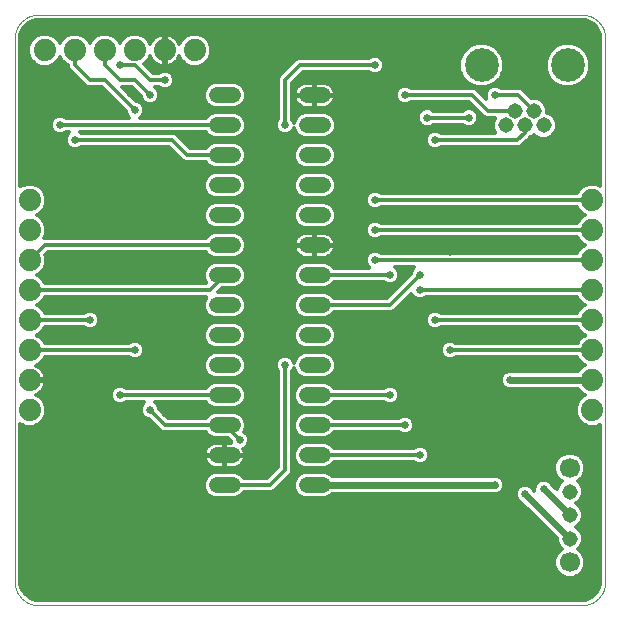
<source format=gbl>
G75*
%MOIN*%
%OFA0B0*%
%FSLAX25Y25*%
%IPPOS*%
%LPD*%
%AMOC8*
5,1,8,0,0,1.08239X$1,22.5*
%
%ADD10C,0.00000*%
%ADD11C,0.05200*%
%ADD12C,0.05150*%
%ADD13C,0.11220*%
%ADD14C,0.07400*%
%ADD15C,0.06693*%
%ADD16C,0.01200*%
%ADD17C,0.02578*%
%ADD18C,0.02400*%
D10*
X0001600Y0009474D02*
X0001600Y0190576D01*
X0001602Y0190766D01*
X0001609Y0190956D01*
X0001621Y0191146D01*
X0001637Y0191336D01*
X0001657Y0191525D01*
X0001683Y0191714D01*
X0001712Y0191902D01*
X0001747Y0192089D01*
X0001786Y0192275D01*
X0001829Y0192460D01*
X0001877Y0192645D01*
X0001929Y0192828D01*
X0001985Y0193009D01*
X0002046Y0193189D01*
X0002112Y0193368D01*
X0002181Y0193545D01*
X0002255Y0193721D01*
X0002333Y0193894D01*
X0002416Y0194066D01*
X0002502Y0194235D01*
X0002592Y0194403D01*
X0002687Y0194568D01*
X0002785Y0194731D01*
X0002888Y0194891D01*
X0002994Y0195049D01*
X0003104Y0195204D01*
X0003217Y0195357D01*
X0003335Y0195507D01*
X0003456Y0195653D01*
X0003580Y0195797D01*
X0003708Y0195938D01*
X0003839Y0196076D01*
X0003974Y0196211D01*
X0004112Y0196342D01*
X0004253Y0196470D01*
X0004397Y0196594D01*
X0004543Y0196715D01*
X0004693Y0196833D01*
X0004846Y0196946D01*
X0005001Y0197056D01*
X0005159Y0197162D01*
X0005319Y0197265D01*
X0005482Y0197363D01*
X0005647Y0197458D01*
X0005815Y0197548D01*
X0005984Y0197634D01*
X0006156Y0197717D01*
X0006329Y0197795D01*
X0006505Y0197869D01*
X0006682Y0197938D01*
X0006861Y0198004D01*
X0007041Y0198065D01*
X0007222Y0198121D01*
X0007405Y0198173D01*
X0007590Y0198221D01*
X0007775Y0198264D01*
X0007961Y0198303D01*
X0008148Y0198338D01*
X0008336Y0198367D01*
X0008525Y0198393D01*
X0008714Y0198413D01*
X0008904Y0198429D01*
X0009094Y0198441D01*
X0009284Y0198448D01*
X0009474Y0198450D01*
X0190576Y0198450D01*
X0190766Y0198448D01*
X0190956Y0198441D01*
X0191146Y0198429D01*
X0191336Y0198413D01*
X0191525Y0198393D01*
X0191714Y0198367D01*
X0191902Y0198338D01*
X0192089Y0198303D01*
X0192275Y0198264D01*
X0192460Y0198221D01*
X0192645Y0198173D01*
X0192828Y0198121D01*
X0193009Y0198065D01*
X0193189Y0198004D01*
X0193368Y0197938D01*
X0193545Y0197869D01*
X0193721Y0197795D01*
X0193894Y0197717D01*
X0194066Y0197634D01*
X0194235Y0197548D01*
X0194403Y0197458D01*
X0194568Y0197363D01*
X0194731Y0197265D01*
X0194891Y0197162D01*
X0195049Y0197056D01*
X0195204Y0196946D01*
X0195357Y0196833D01*
X0195507Y0196715D01*
X0195653Y0196594D01*
X0195797Y0196470D01*
X0195938Y0196342D01*
X0196076Y0196211D01*
X0196211Y0196076D01*
X0196342Y0195938D01*
X0196470Y0195797D01*
X0196594Y0195653D01*
X0196715Y0195507D01*
X0196833Y0195357D01*
X0196946Y0195204D01*
X0197056Y0195049D01*
X0197162Y0194891D01*
X0197265Y0194731D01*
X0197363Y0194568D01*
X0197458Y0194403D01*
X0197548Y0194235D01*
X0197634Y0194066D01*
X0197717Y0193894D01*
X0197795Y0193721D01*
X0197869Y0193545D01*
X0197938Y0193368D01*
X0198004Y0193189D01*
X0198065Y0193009D01*
X0198121Y0192828D01*
X0198173Y0192645D01*
X0198221Y0192460D01*
X0198264Y0192275D01*
X0198303Y0192089D01*
X0198338Y0191902D01*
X0198367Y0191714D01*
X0198393Y0191525D01*
X0198413Y0191336D01*
X0198429Y0191146D01*
X0198441Y0190956D01*
X0198448Y0190766D01*
X0198450Y0190576D01*
X0198450Y0009474D01*
X0198448Y0009284D01*
X0198441Y0009094D01*
X0198429Y0008904D01*
X0198413Y0008714D01*
X0198393Y0008525D01*
X0198367Y0008336D01*
X0198338Y0008148D01*
X0198303Y0007961D01*
X0198264Y0007775D01*
X0198221Y0007590D01*
X0198173Y0007405D01*
X0198121Y0007222D01*
X0198065Y0007041D01*
X0198004Y0006861D01*
X0197938Y0006682D01*
X0197869Y0006505D01*
X0197795Y0006329D01*
X0197717Y0006156D01*
X0197634Y0005984D01*
X0197548Y0005815D01*
X0197458Y0005647D01*
X0197363Y0005482D01*
X0197265Y0005319D01*
X0197162Y0005159D01*
X0197056Y0005001D01*
X0196946Y0004846D01*
X0196833Y0004693D01*
X0196715Y0004543D01*
X0196594Y0004397D01*
X0196470Y0004253D01*
X0196342Y0004112D01*
X0196211Y0003974D01*
X0196076Y0003839D01*
X0195938Y0003708D01*
X0195797Y0003580D01*
X0195653Y0003456D01*
X0195507Y0003335D01*
X0195357Y0003217D01*
X0195204Y0003104D01*
X0195049Y0002994D01*
X0194891Y0002888D01*
X0194731Y0002785D01*
X0194568Y0002687D01*
X0194403Y0002592D01*
X0194235Y0002502D01*
X0194066Y0002416D01*
X0193894Y0002333D01*
X0193721Y0002255D01*
X0193545Y0002181D01*
X0193368Y0002112D01*
X0193189Y0002046D01*
X0193009Y0001985D01*
X0192828Y0001929D01*
X0192645Y0001877D01*
X0192460Y0001829D01*
X0192275Y0001786D01*
X0192089Y0001747D01*
X0191902Y0001712D01*
X0191714Y0001683D01*
X0191525Y0001657D01*
X0191336Y0001637D01*
X0191146Y0001621D01*
X0190956Y0001609D01*
X0190766Y0001602D01*
X0190576Y0001600D01*
X0009474Y0001600D01*
X0009284Y0001602D01*
X0009094Y0001609D01*
X0008904Y0001621D01*
X0008714Y0001637D01*
X0008525Y0001657D01*
X0008336Y0001683D01*
X0008148Y0001712D01*
X0007961Y0001747D01*
X0007775Y0001786D01*
X0007590Y0001829D01*
X0007405Y0001877D01*
X0007222Y0001929D01*
X0007041Y0001985D01*
X0006861Y0002046D01*
X0006682Y0002112D01*
X0006505Y0002181D01*
X0006329Y0002255D01*
X0006156Y0002333D01*
X0005984Y0002416D01*
X0005815Y0002502D01*
X0005647Y0002592D01*
X0005482Y0002687D01*
X0005319Y0002785D01*
X0005159Y0002888D01*
X0005001Y0002994D01*
X0004846Y0003104D01*
X0004693Y0003217D01*
X0004543Y0003335D01*
X0004397Y0003456D01*
X0004253Y0003580D01*
X0004112Y0003708D01*
X0003974Y0003839D01*
X0003839Y0003974D01*
X0003708Y0004112D01*
X0003580Y0004253D01*
X0003456Y0004397D01*
X0003335Y0004543D01*
X0003217Y0004693D01*
X0003104Y0004846D01*
X0002994Y0005001D01*
X0002888Y0005159D01*
X0002785Y0005319D01*
X0002687Y0005482D01*
X0002592Y0005647D01*
X0002502Y0005815D01*
X0002416Y0005984D01*
X0002333Y0006156D01*
X0002255Y0006329D01*
X0002181Y0006505D01*
X0002112Y0006682D01*
X0002046Y0006861D01*
X0001985Y0007041D01*
X0001929Y0007222D01*
X0001877Y0007405D01*
X0001829Y0007590D01*
X0001786Y0007775D01*
X0001747Y0007961D01*
X0001712Y0008148D01*
X0001683Y0008336D01*
X0001657Y0008525D01*
X0001637Y0008714D01*
X0001621Y0008904D01*
X0001609Y0009094D01*
X0001602Y0009284D01*
X0001600Y0009474D01*
D11*
X0069000Y0041600D02*
X0074200Y0041600D01*
X0074200Y0051600D02*
X0069000Y0051600D01*
X0069000Y0061600D02*
X0074200Y0061600D01*
X0074200Y0071600D02*
X0069000Y0071600D01*
X0069000Y0081600D02*
X0074200Y0081600D01*
X0074200Y0091600D02*
X0069000Y0091600D01*
X0069000Y0101600D02*
X0074200Y0101600D01*
X0074200Y0111600D02*
X0069000Y0111600D01*
X0069000Y0121600D02*
X0074200Y0121600D01*
X0074200Y0131600D02*
X0069000Y0131600D01*
X0069000Y0141600D02*
X0074200Y0141600D01*
X0074200Y0151600D02*
X0069000Y0151600D01*
X0069000Y0161600D02*
X0074200Y0161600D01*
X0074200Y0171600D02*
X0069000Y0171600D01*
X0099000Y0171600D02*
X0104200Y0171600D01*
X0104200Y0161600D02*
X0099000Y0161600D01*
X0099000Y0151600D02*
X0104200Y0151600D01*
X0104200Y0141600D02*
X0099000Y0141600D01*
X0099000Y0131600D02*
X0104200Y0131600D01*
X0104200Y0121600D02*
X0099000Y0121600D01*
X0099000Y0111600D02*
X0104200Y0111600D01*
X0104200Y0101600D02*
X0099000Y0101600D01*
X0099000Y0091600D02*
X0104200Y0091600D01*
X0104200Y0081600D02*
X0099000Y0081600D01*
X0099000Y0071600D02*
X0104200Y0071600D01*
X0104200Y0061600D02*
X0099000Y0061600D01*
X0099000Y0051600D02*
X0104200Y0051600D01*
X0104200Y0041600D02*
X0099000Y0041600D01*
D12*
X0186600Y0039474D03*
X0186600Y0031600D03*
X0186600Y0023726D03*
X0177899Y0161521D03*
X0174750Y0166246D03*
X0171600Y0161521D03*
X0168450Y0166246D03*
X0165301Y0161521D03*
D13*
X0157230Y0181600D03*
X0185970Y0181600D03*
D14*
X0194100Y0136600D03*
X0194100Y0126600D03*
X0194100Y0116600D03*
X0194100Y0106600D03*
X0194100Y0096600D03*
X0194100Y0086600D03*
X0194100Y0076600D03*
X0194100Y0066600D03*
X0061600Y0186600D03*
X0051600Y0186600D03*
X0041600Y0186600D03*
X0031600Y0186600D03*
X0021600Y0186600D03*
X0011600Y0186600D03*
X0006600Y0136600D03*
X0006600Y0126600D03*
X0006600Y0116600D03*
X0006600Y0106600D03*
X0006600Y0096600D03*
X0006600Y0086600D03*
X0006600Y0076600D03*
X0006600Y0066600D03*
D15*
X0186600Y0047348D03*
X0186600Y0015852D03*
D16*
X0005179Y0005179D02*
X0004062Y0006716D01*
X0003475Y0008524D01*
X0003400Y0009474D01*
X0003400Y0062022D01*
X0003484Y0061937D01*
X0005506Y0061100D01*
X0007694Y0061100D01*
X0009715Y0061937D01*
X0011263Y0063484D01*
X0012100Y0065506D01*
X0012100Y0067694D01*
X0011263Y0069715D01*
X0009715Y0071263D01*
X0008658Y0071701D01*
X0009378Y0072067D01*
X0010053Y0072557D01*
X0010643Y0073147D01*
X0011133Y0073822D01*
X0011512Y0074566D01*
X0011769Y0075359D01*
X0011900Y0076183D01*
X0011900Y0076200D01*
X0007000Y0076200D01*
X0007000Y0077000D01*
X0011900Y0077000D01*
X0011900Y0077017D01*
X0011769Y0077841D01*
X0011512Y0078634D01*
X0011133Y0079378D01*
X0010643Y0080053D01*
X0010053Y0080643D01*
X0009378Y0081133D01*
X0008658Y0081499D01*
X0009715Y0081937D01*
X0011263Y0083484D01*
X0011559Y0084200D01*
X0039632Y0084200D01*
X0039850Y0083981D01*
X0040986Y0083511D01*
X0042214Y0083511D01*
X0043350Y0083981D01*
X0044219Y0084850D01*
X0044689Y0085986D01*
X0044689Y0087214D01*
X0044219Y0088350D01*
X0043350Y0089219D01*
X0042214Y0089689D01*
X0040986Y0089689D01*
X0039850Y0089219D01*
X0039632Y0089000D01*
X0011559Y0089000D01*
X0011263Y0089715D01*
X0009715Y0091263D01*
X0008901Y0091600D01*
X0009715Y0091937D01*
X0011263Y0093484D01*
X0011559Y0094200D01*
X0024632Y0094200D01*
X0024850Y0093981D01*
X0025986Y0093511D01*
X0027214Y0093511D01*
X0028350Y0093981D01*
X0029219Y0094850D01*
X0029689Y0095986D01*
X0029689Y0097214D01*
X0029219Y0098350D01*
X0028350Y0099219D01*
X0027214Y0099689D01*
X0025986Y0099689D01*
X0024850Y0099219D01*
X0024632Y0099000D01*
X0011559Y0099000D01*
X0011263Y0099715D01*
X0009715Y0101263D01*
X0008901Y0101600D01*
X0009715Y0101937D01*
X0011263Y0103484D01*
X0011559Y0104200D01*
X0065377Y0104200D01*
X0065270Y0104092D01*
X0064600Y0102475D01*
X0064600Y0100725D01*
X0065270Y0099108D01*
X0066508Y0097870D01*
X0068125Y0097200D01*
X0075075Y0097200D01*
X0076692Y0097870D01*
X0077930Y0099108D01*
X0078600Y0100725D01*
X0078600Y0102475D01*
X0077930Y0104092D01*
X0076692Y0105330D01*
X0075075Y0106000D01*
X0069394Y0106000D01*
X0070594Y0107200D01*
X0075075Y0107200D01*
X0076692Y0107870D01*
X0077930Y0109108D01*
X0078600Y0110725D01*
X0078600Y0112475D01*
X0077930Y0114092D01*
X0076692Y0115330D01*
X0075075Y0116000D01*
X0068125Y0116000D01*
X0066508Y0115330D01*
X0065270Y0114092D01*
X0064600Y0112475D01*
X0064600Y0110725D01*
X0065270Y0109108D01*
X0065377Y0109000D01*
X0011559Y0109000D01*
X0011263Y0109715D01*
X0009715Y0111263D01*
X0008901Y0111600D01*
X0009715Y0111937D01*
X0011263Y0113484D01*
X0012100Y0115506D01*
X0012100Y0117694D01*
X0011804Y0118410D01*
X0012594Y0119200D01*
X0065232Y0119200D01*
X0065270Y0119108D01*
X0066508Y0117870D01*
X0068125Y0117200D01*
X0075075Y0117200D01*
X0076692Y0117870D01*
X0077930Y0119108D01*
X0078600Y0120725D01*
X0078600Y0122475D01*
X0077930Y0124092D01*
X0076692Y0125330D01*
X0075075Y0126000D01*
X0068125Y0126000D01*
X0066508Y0125330D01*
X0065270Y0124092D01*
X0065232Y0124000D01*
X0011476Y0124000D01*
X0012100Y0125506D01*
X0012100Y0127694D01*
X0011263Y0129715D01*
X0009715Y0131263D01*
X0008901Y0131600D01*
X0009715Y0131937D01*
X0011263Y0133484D01*
X0012100Y0135506D01*
X0012100Y0137694D01*
X0011263Y0139715D01*
X0009715Y0141263D01*
X0007694Y0142100D01*
X0005506Y0142100D01*
X0003484Y0141263D01*
X0003400Y0141178D01*
X0003400Y0190576D01*
X0003475Y0191527D01*
X0004062Y0193334D01*
X0005179Y0194871D01*
X0006716Y0195988D01*
X0008524Y0196576D01*
X0009474Y0196650D01*
X0190576Y0196650D01*
X0191527Y0196576D01*
X0193334Y0195988D01*
X0194871Y0194871D01*
X0195988Y0193334D01*
X0196576Y0191527D01*
X0196650Y0190576D01*
X0196650Y0141497D01*
X0195194Y0142100D01*
X0193006Y0142100D01*
X0190984Y0141263D01*
X0189437Y0139715D01*
X0189141Y0139000D01*
X0123568Y0139000D01*
X0123350Y0139219D01*
X0122214Y0139689D01*
X0120986Y0139689D01*
X0119850Y0139219D01*
X0118981Y0138350D01*
X0118511Y0137214D01*
X0118511Y0135986D01*
X0118981Y0134850D01*
X0119850Y0133981D01*
X0120986Y0133511D01*
X0122214Y0133511D01*
X0123350Y0133981D01*
X0123568Y0134200D01*
X0189141Y0134200D01*
X0189437Y0133484D01*
X0190984Y0131937D01*
X0191799Y0131600D01*
X0190984Y0131263D01*
X0189437Y0129715D01*
X0189141Y0129000D01*
X0123568Y0129000D01*
X0123350Y0129219D01*
X0122214Y0129689D01*
X0120986Y0129689D01*
X0119850Y0129219D01*
X0118981Y0128350D01*
X0118511Y0127214D01*
X0118511Y0125986D01*
X0118981Y0124850D01*
X0119850Y0123981D01*
X0120986Y0123511D01*
X0122214Y0123511D01*
X0123350Y0123981D01*
X0123568Y0124200D01*
X0189141Y0124200D01*
X0189437Y0123484D01*
X0190984Y0121937D01*
X0191799Y0121600D01*
X0190984Y0121263D01*
X0189437Y0119715D01*
X0189141Y0119000D01*
X0123568Y0119000D01*
X0123350Y0119219D01*
X0122214Y0119689D01*
X0120986Y0119689D01*
X0119850Y0119219D01*
X0118981Y0118350D01*
X0118511Y0117214D01*
X0118511Y0115986D01*
X0118981Y0114850D01*
X0119832Y0114000D01*
X0107968Y0114000D01*
X0107930Y0114092D01*
X0106692Y0115330D01*
X0105075Y0116000D01*
X0098125Y0116000D01*
X0096508Y0115330D01*
X0095270Y0114092D01*
X0094600Y0112475D01*
X0094600Y0110725D01*
X0095270Y0109108D01*
X0096508Y0107870D01*
X0098125Y0107200D01*
X0105075Y0107200D01*
X0106692Y0107870D01*
X0107930Y0109108D01*
X0107968Y0109200D01*
X0124632Y0109200D01*
X0124850Y0108981D01*
X0125986Y0108511D01*
X0127214Y0108511D01*
X0128350Y0108981D01*
X0129219Y0109850D01*
X0129689Y0110986D01*
X0129689Y0112214D01*
X0129219Y0113350D01*
X0128368Y0114200D01*
X0134832Y0114200D01*
X0133981Y0113350D01*
X0133511Y0112214D01*
X0133511Y0111905D01*
X0125606Y0104000D01*
X0107968Y0104000D01*
X0107930Y0104092D01*
X0106692Y0105330D01*
X0105075Y0106000D01*
X0098125Y0106000D01*
X0096508Y0105330D01*
X0095270Y0104092D01*
X0094600Y0102475D01*
X0094600Y0100725D01*
X0095270Y0099108D01*
X0096508Y0097870D01*
X0098125Y0097200D01*
X0105075Y0097200D01*
X0106692Y0097870D01*
X0107930Y0099108D01*
X0107968Y0099200D01*
X0127077Y0099200D01*
X0127959Y0099565D01*
X0128635Y0100241D01*
X0133765Y0105371D01*
X0133981Y0104850D01*
X0134850Y0103981D01*
X0135986Y0103511D01*
X0137214Y0103511D01*
X0138350Y0103981D01*
X0138568Y0104200D01*
X0189141Y0104200D01*
X0189437Y0103484D01*
X0190984Y0101937D01*
X0191799Y0101600D01*
X0190984Y0101263D01*
X0189437Y0099715D01*
X0189141Y0099000D01*
X0143568Y0099000D01*
X0143350Y0099219D01*
X0142214Y0099689D01*
X0140986Y0099689D01*
X0139850Y0099219D01*
X0138981Y0098350D01*
X0138511Y0097214D01*
X0138511Y0095986D01*
X0138981Y0094850D01*
X0139850Y0093981D01*
X0140986Y0093511D01*
X0142214Y0093511D01*
X0143350Y0093981D01*
X0143568Y0094200D01*
X0189141Y0094200D01*
X0189437Y0093484D01*
X0190984Y0091937D01*
X0191799Y0091600D01*
X0190984Y0091263D01*
X0189437Y0089715D01*
X0189141Y0089000D01*
X0148568Y0089000D01*
X0148350Y0089219D01*
X0147214Y0089689D01*
X0145986Y0089689D01*
X0144850Y0089219D01*
X0143981Y0088350D01*
X0143511Y0087214D01*
X0143511Y0085986D01*
X0143981Y0084850D01*
X0144850Y0083981D01*
X0145986Y0083511D01*
X0147214Y0083511D01*
X0148350Y0083981D01*
X0148568Y0084200D01*
X0189141Y0084200D01*
X0189437Y0083484D01*
X0190984Y0081937D01*
X0191799Y0081600D01*
X0190984Y0081263D01*
X0189437Y0079715D01*
X0189389Y0079600D01*
X0167429Y0079600D01*
X0167214Y0079689D01*
X0165986Y0079689D01*
X0164850Y0079219D01*
X0163981Y0078350D01*
X0163511Y0077214D01*
X0163511Y0075986D01*
X0163981Y0074850D01*
X0164850Y0073981D01*
X0165986Y0073511D01*
X0167214Y0073511D01*
X0167429Y0073600D01*
X0189389Y0073600D01*
X0189437Y0073484D01*
X0190984Y0071937D01*
X0191799Y0071600D01*
X0190984Y0071263D01*
X0189437Y0069715D01*
X0188600Y0067694D01*
X0188600Y0065506D01*
X0189437Y0063484D01*
X0190984Y0061937D01*
X0193006Y0061100D01*
X0195194Y0061100D01*
X0196650Y0061703D01*
X0196650Y0009474D01*
X0196576Y0008524D01*
X0195988Y0006716D01*
X0194871Y0005179D01*
X0193334Y0004062D01*
X0191527Y0003475D01*
X0190576Y0003400D01*
X0009474Y0003400D01*
X0008524Y0003475D01*
X0006716Y0004062D01*
X0005179Y0005179D01*
X0005167Y0005196D02*
X0194883Y0005196D01*
X0195754Y0006394D02*
X0004296Y0006394D01*
X0003777Y0007593D02*
X0196273Y0007593D01*
X0196597Y0008791D02*
X0003454Y0008791D01*
X0003400Y0009990D02*
X0196650Y0009990D01*
X0196650Y0011188D02*
X0188789Y0011188D01*
X0189515Y0011489D02*
X0190963Y0012937D01*
X0191746Y0014828D01*
X0191746Y0016876D01*
X0190963Y0018767D01*
X0189515Y0020215D01*
X0189346Y0020285D01*
X0190309Y0021248D01*
X0190975Y0022856D01*
X0190975Y0024596D01*
X0190309Y0026204D01*
X0189078Y0027435D01*
X0188527Y0027663D01*
X0189078Y0027891D01*
X0190309Y0029122D01*
X0190975Y0030730D01*
X0190975Y0032470D01*
X0190309Y0034078D01*
X0189078Y0035309D01*
X0188527Y0035537D01*
X0189078Y0035765D01*
X0190309Y0036996D01*
X0190975Y0038604D01*
X0190975Y0040344D01*
X0190309Y0041952D01*
X0189346Y0042915D01*
X0189515Y0042985D01*
X0190963Y0044433D01*
X0191746Y0046324D01*
X0191746Y0048372D01*
X0190963Y0050263D01*
X0189515Y0051711D01*
X0187624Y0052494D01*
X0185576Y0052494D01*
X0183685Y0051711D01*
X0182237Y0050263D01*
X0181454Y0048372D01*
X0181454Y0046324D01*
X0182237Y0044433D01*
X0183685Y0042985D01*
X0183854Y0042915D01*
X0182891Y0041952D01*
X0182225Y0040344D01*
X0182225Y0040217D01*
X0180607Y0041836D01*
X0180518Y0042051D01*
X0179649Y0042919D01*
X0178514Y0043390D01*
X0177285Y0043390D01*
X0176149Y0042919D01*
X0175280Y0042051D01*
X0174810Y0040915D01*
X0174810Y0039758D01*
X0174308Y0040261D01*
X0174219Y0040476D01*
X0173350Y0041345D01*
X0172214Y0041815D01*
X0170986Y0041815D01*
X0169850Y0041345D01*
X0168981Y0040476D01*
X0168511Y0039340D01*
X0168511Y0038112D01*
X0168981Y0036976D01*
X0169850Y0036107D01*
X0170065Y0036018D01*
X0182225Y0023858D01*
X0182225Y0022856D01*
X0182891Y0021248D01*
X0183854Y0020285D01*
X0183685Y0020215D01*
X0182237Y0018767D01*
X0181454Y0016876D01*
X0181454Y0014828D01*
X0182237Y0012937D01*
X0183685Y0011489D01*
X0185576Y0010706D01*
X0187624Y0010706D01*
X0189515Y0011489D01*
X0190413Y0012387D02*
X0196650Y0012387D01*
X0196650Y0013585D02*
X0191232Y0013585D01*
X0191728Y0014784D02*
X0196650Y0014784D01*
X0196650Y0015982D02*
X0191746Y0015982D01*
X0191620Y0017181D02*
X0196650Y0017181D01*
X0196650Y0018379D02*
X0191124Y0018379D01*
X0190152Y0019578D02*
X0196650Y0019578D01*
X0196650Y0020776D02*
X0189837Y0020776D01*
X0190610Y0021975D02*
X0196650Y0021975D01*
X0196650Y0023173D02*
X0190975Y0023173D01*
X0190975Y0024372D02*
X0196650Y0024372D01*
X0196650Y0025570D02*
X0190571Y0025570D01*
X0189744Y0026769D02*
X0196650Y0026769D01*
X0196650Y0027967D02*
X0189154Y0027967D01*
X0190327Y0029166D02*
X0196650Y0029166D01*
X0196650Y0030364D02*
X0190823Y0030364D01*
X0190975Y0031563D02*
X0196650Y0031563D01*
X0196650Y0032761D02*
X0190854Y0032761D01*
X0190358Y0033960D02*
X0196650Y0033960D01*
X0196650Y0035158D02*
X0189229Y0035158D01*
X0189670Y0036357D02*
X0196650Y0036357D01*
X0196650Y0037555D02*
X0190541Y0037555D01*
X0190975Y0038754D02*
X0196650Y0038754D01*
X0196650Y0039952D02*
X0190975Y0039952D01*
X0190641Y0041151D02*
X0196650Y0041151D01*
X0196650Y0042349D02*
X0189912Y0042349D01*
X0190078Y0043548D02*
X0196650Y0043548D01*
X0196650Y0044746D02*
X0191093Y0044746D01*
X0191589Y0045945D02*
X0196650Y0045945D01*
X0196650Y0047143D02*
X0191746Y0047143D01*
X0191746Y0048342D02*
X0196650Y0048342D01*
X0196650Y0049540D02*
X0191262Y0049540D01*
X0190487Y0050739D02*
X0196650Y0050739D01*
X0196650Y0051937D02*
X0188968Y0051937D01*
X0184232Y0051937D02*
X0139689Y0051937D01*
X0139689Y0052214D02*
X0139219Y0053350D01*
X0138350Y0054219D01*
X0137214Y0054689D01*
X0135986Y0054689D01*
X0134850Y0054219D01*
X0134632Y0054000D01*
X0107968Y0054000D01*
X0107930Y0054092D01*
X0106692Y0055330D01*
X0105075Y0056000D01*
X0098125Y0056000D01*
X0096508Y0055330D01*
X0095270Y0054092D01*
X0094600Y0052475D01*
X0094600Y0050725D01*
X0095270Y0049108D01*
X0096508Y0047870D01*
X0098125Y0047200D01*
X0105075Y0047200D01*
X0106692Y0047870D01*
X0107930Y0049108D01*
X0107968Y0049200D01*
X0134632Y0049200D01*
X0134850Y0048981D01*
X0135986Y0048511D01*
X0137214Y0048511D01*
X0138350Y0048981D01*
X0139219Y0049850D01*
X0139689Y0050986D01*
X0139689Y0052214D01*
X0139307Y0053136D02*
X0196650Y0053136D01*
X0196650Y0054334D02*
X0138070Y0054334D01*
X0135130Y0054334D02*
X0107688Y0054334D01*
X0106203Y0055533D02*
X0196650Y0055533D01*
X0196650Y0056732D02*
X0094000Y0056732D01*
X0094000Y0057930D02*
X0096447Y0057930D01*
X0096508Y0057870D02*
X0098125Y0057200D01*
X0105075Y0057200D01*
X0106692Y0057870D01*
X0107930Y0059108D01*
X0107968Y0059200D01*
X0129632Y0059200D01*
X0129850Y0058981D01*
X0130986Y0058511D01*
X0132214Y0058511D01*
X0133350Y0058981D01*
X0134219Y0059850D01*
X0134689Y0060986D01*
X0134689Y0062214D01*
X0134219Y0063350D01*
X0133350Y0064219D01*
X0132214Y0064689D01*
X0130986Y0064689D01*
X0129850Y0064219D01*
X0129632Y0064000D01*
X0107968Y0064000D01*
X0107930Y0064092D01*
X0106692Y0065330D01*
X0105075Y0066000D01*
X0098125Y0066000D01*
X0096508Y0065330D01*
X0095270Y0064092D01*
X0094600Y0062475D01*
X0094600Y0060725D01*
X0095270Y0059108D01*
X0096508Y0057870D01*
X0095261Y0059129D02*
X0094000Y0059129D01*
X0094000Y0060327D02*
X0094765Y0060327D01*
X0094600Y0061526D02*
X0094000Y0061526D01*
X0094000Y0062724D02*
X0094703Y0062724D01*
X0095200Y0063923D02*
X0094000Y0063923D01*
X0094000Y0065121D02*
X0096299Y0065121D01*
X0094000Y0066320D02*
X0188600Y0066320D01*
X0188600Y0067518D02*
X0105843Y0067518D01*
X0105075Y0067200D02*
X0106692Y0067870D01*
X0107930Y0069108D01*
X0107968Y0069200D01*
X0124632Y0069200D01*
X0124850Y0068981D01*
X0125986Y0068511D01*
X0127214Y0068511D01*
X0128350Y0068981D01*
X0129219Y0069850D01*
X0129689Y0070986D01*
X0129689Y0072214D01*
X0129219Y0073350D01*
X0128350Y0074219D01*
X0127214Y0074689D01*
X0125986Y0074689D01*
X0124850Y0074219D01*
X0124632Y0074000D01*
X0107968Y0074000D01*
X0107930Y0074092D01*
X0106692Y0075330D01*
X0105075Y0076000D01*
X0098125Y0076000D01*
X0096508Y0075330D01*
X0095270Y0074092D01*
X0094600Y0072475D01*
X0094600Y0070725D01*
X0095270Y0069108D01*
X0096508Y0067870D01*
X0098125Y0067200D01*
X0105075Y0067200D01*
X0106901Y0065121D02*
X0188759Y0065121D01*
X0189256Y0063923D02*
X0133646Y0063923D01*
X0134478Y0062724D02*
X0190198Y0062724D01*
X0191979Y0061526D02*
X0134689Y0061526D01*
X0134416Y0060327D02*
X0196650Y0060327D01*
X0196650Y0059129D02*
X0133497Y0059129D01*
X0131600Y0061600D02*
X0101600Y0061600D01*
X0106753Y0057930D02*
X0196650Y0057930D01*
X0196650Y0061526D02*
X0196221Y0061526D01*
X0189024Y0068717D02*
X0127711Y0068717D01*
X0129246Y0069915D02*
X0189637Y0069915D01*
X0190835Y0071114D02*
X0129689Y0071114D01*
X0129648Y0072312D02*
X0190610Y0072312D01*
X0189426Y0073511D02*
X0129058Y0073511D01*
X0126600Y0071600D02*
X0101600Y0071600D01*
X0097902Y0075908D02*
X0094000Y0075908D01*
X0094000Y0077106D02*
X0163511Y0077106D01*
X0163543Y0075908D02*
X0105298Y0075908D01*
X0105075Y0077200D02*
X0106692Y0077870D01*
X0107930Y0079108D01*
X0108600Y0080725D01*
X0108600Y0082475D01*
X0107930Y0084092D01*
X0106692Y0085330D01*
X0105075Y0086000D01*
X0098125Y0086000D01*
X0096508Y0085330D01*
X0095270Y0084092D01*
X0094600Y0082475D01*
X0094600Y0082429D01*
X0094219Y0083350D01*
X0093350Y0084219D01*
X0092214Y0084689D01*
X0090986Y0084689D01*
X0089850Y0084219D01*
X0088981Y0083350D01*
X0088511Y0082214D01*
X0088511Y0080986D01*
X0088981Y0079850D01*
X0089200Y0079632D01*
X0089200Y0047594D01*
X0085606Y0044000D01*
X0077968Y0044000D01*
X0077930Y0044092D01*
X0076692Y0045330D01*
X0075075Y0046000D01*
X0068125Y0046000D01*
X0066508Y0045330D01*
X0065270Y0044092D01*
X0064600Y0042475D01*
X0064600Y0040725D01*
X0065270Y0039108D01*
X0066508Y0037870D01*
X0068125Y0037200D01*
X0075075Y0037200D01*
X0076692Y0037870D01*
X0077930Y0039108D01*
X0077968Y0039200D01*
X0087077Y0039200D01*
X0087959Y0039565D01*
X0092959Y0044565D01*
X0093635Y0045241D01*
X0094000Y0046123D01*
X0094000Y0079632D01*
X0094219Y0079850D01*
X0094600Y0080771D01*
X0094600Y0080725D01*
X0095270Y0079108D01*
X0096508Y0077870D01*
X0098125Y0077200D01*
X0105075Y0077200D01*
X0107127Y0078305D02*
X0163963Y0078305D01*
X0165537Y0079503D02*
X0108094Y0079503D01*
X0108590Y0080702D02*
X0190424Y0080702D01*
X0191074Y0081900D02*
X0108600Y0081900D01*
X0108342Y0083099D02*
X0189823Y0083099D01*
X0194100Y0086600D02*
X0146600Y0086600D01*
X0143714Y0085496D02*
X0106292Y0085496D01*
X0107725Y0084297D02*
X0144534Y0084297D01*
X0143511Y0086694D02*
X0044689Y0086694D01*
X0044486Y0085496D02*
X0066908Y0085496D01*
X0066508Y0085330D02*
X0065270Y0084092D01*
X0064600Y0082475D01*
X0064600Y0080725D01*
X0065270Y0079108D01*
X0066508Y0077870D01*
X0068125Y0077200D01*
X0075075Y0077200D01*
X0076692Y0077870D01*
X0077930Y0079108D01*
X0078600Y0080725D01*
X0078600Y0082475D01*
X0077930Y0084092D01*
X0076692Y0085330D01*
X0075075Y0086000D01*
X0068125Y0086000D01*
X0066508Y0085330D01*
X0065475Y0084297D02*
X0043666Y0084297D01*
X0041600Y0086600D02*
X0006600Y0086600D01*
X0010688Y0090290D02*
X0064780Y0090290D01*
X0064600Y0090725D02*
X0065270Y0089108D01*
X0066508Y0087870D01*
X0068125Y0087200D01*
X0075075Y0087200D01*
X0076692Y0087870D01*
X0077930Y0089108D01*
X0078600Y0090725D01*
X0078600Y0092475D01*
X0077930Y0094092D01*
X0076692Y0095330D01*
X0075075Y0096000D01*
X0068125Y0096000D01*
X0066508Y0095330D01*
X0065270Y0094092D01*
X0064600Y0092475D01*
X0064600Y0090725D01*
X0064600Y0091488D02*
X0009171Y0091488D01*
X0010465Y0092687D02*
X0064688Y0092687D01*
X0065184Y0093885D02*
X0028118Y0093885D01*
X0029315Y0095084D02*
X0066261Y0095084D01*
X0067447Y0097481D02*
X0029579Y0097481D01*
X0029689Y0096282D02*
X0138511Y0096282D01*
X0138621Y0097481D02*
X0105753Y0097481D01*
X0105075Y0096000D02*
X0106692Y0095330D01*
X0107930Y0094092D01*
X0108600Y0092475D01*
X0108600Y0090725D01*
X0107930Y0089108D01*
X0106692Y0087870D01*
X0105075Y0087200D01*
X0098125Y0087200D01*
X0096508Y0087870D01*
X0095270Y0089108D01*
X0094600Y0090725D01*
X0094600Y0092475D01*
X0095270Y0094092D01*
X0096508Y0095330D01*
X0098125Y0096000D01*
X0105075Y0096000D01*
X0106939Y0095084D02*
X0138884Y0095084D01*
X0140082Y0093885D02*
X0108016Y0093885D01*
X0108512Y0092687D02*
X0190235Y0092687D01*
X0189271Y0093885D02*
X0143118Y0093885D01*
X0141600Y0096600D02*
X0194100Y0096600D01*
X0190798Y0101076D02*
X0129471Y0101076D01*
X0130669Y0102275D02*
X0190647Y0102275D01*
X0189448Y0103473D02*
X0131868Y0103473D01*
X0133066Y0104672D02*
X0134160Y0104672D01*
X0136600Y0106600D02*
X0194100Y0106600D01*
X0189600Y0099878D02*
X0128272Y0099878D01*
X0126600Y0101600D02*
X0101600Y0101600D01*
X0097812Y0105870D02*
X0075388Y0105870D01*
X0077351Y0104672D02*
X0095849Y0104672D01*
X0095013Y0103473D02*
X0078187Y0103473D01*
X0078600Y0102275D02*
X0094600Y0102275D01*
X0094600Y0101076D02*
X0078600Y0101076D01*
X0078249Y0099878D02*
X0094951Y0099878D01*
X0095698Y0098679D02*
X0077502Y0098679D01*
X0075753Y0097481D02*
X0097447Y0097481D01*
X0096261Y0095084D02*
X0076939Y0095084D01*
X0078016Y0093885D02*
X0095184Y0093885D01*
X0094688Y0092687D02*
X0078512Y0092687D01*
X0078600Y0091488D02*
X0094600Y0091488D01*
X0094780Y0090290D02*
X0078420Y0090290D01*
X0077914Y0089091D02*
X0095286Y0089091D01*
X0096485Y0087893D02*
X0076715Y0087893D01*
X0076292Y0085496D02*
X0096908Y0085496D01*
X0095475Y0084297D02*
X0093160Y0084297D01*
X0094323Y0083099D02*
X0094858Y0083099D01*
X0094610Y0080702D02*
X0094571Y0080702D01*
X0095106Y0079503D02*
X0094000Y0079503D01*
X0094000Y0078305D02*
X0096073Y0078305D01*
X0095887Y0074709D02*
X0094000Y0074709D01*
X0094000Y0073511D02*
X0095029Y0073511D01*
X0094600Y0072312D02*
X0094000Y0072312D01*
X0094000Y0071114D02*
X0094600Y0071114D01*
X0094935Y0069915D02*
X0094000Y0069915D01*
X0094000Y0068717D02*
X0095661Y0068717D01*
X0094000Y0067518D02*
X0097357Y0067518D01*
X0089200Y0067518D02*
X0075843Y0067518D01*
X0075075Y0067200D02*
X0076692Y0067870D01*
X0077930Y0069108D01*
X0078600Y0070725D01*
X0078600Y0072475D01*
X0077930Y0074092D01*
X0076692Y0075330D01*
X0075075Y0076000D01*
X0068125Y0076000D01*
X0066508Y0075330D01*
X0065270Y0074092D01*
X0065232Y0074000D01*
X0038568Y0074000D01*
X0038350Y0074219D01*
X0037214Y0074689D01*
X0035986Y0074689D01*
X0034850Y0074219D01*
X0033981Y0073350D01*
X0033511Y0072214D01*
X0033511Y0070986D01*
X0033981Y0069850D01*
X0034850Y0068981D01*
X0035986Y0068511D01*
X0037214Y0068511D01*
X0038350Y0068981D01*
X0038568Y0069200D01*
X0044832Y0069200D01*
X0043981Y0068350D01*
X0043511Y0067214D01*
X0043511Y0065986D01*
X0043981Y0064850D01*
X0044850Y0063981D01*
X0045986Y0063511D01*
X0046295Y0063511D01*
X0049565Y0060241D01*
X0050241Y0059565D01*
X0051123Y0059200D01*
X0065232Y0059200D01*
X0065270Y0059108D01*
X0066508Y0057870D01*
X0068125Y0057200D01*
X0072606Y0057200D01*
X0073511Y0056295D01*
X0073511Y0055986D01*
X0073588Y0055800D01*
X0071800Y0055800D01*
X0071800Y0051800D01*
X0071400Y0051800D01*
X0071400Y0055800D01*
X0068669Y0055800D01*
X0068016Y0055697D01*
X0067388Y0055492D01*
X0066799Y0055192D01*
X0066264Y0054804D01*
X0065796Y0054336D01*
X0065408Y0053801D01*
X0065108Y0053212D01*
X0064903Y0052584D01*
X0064800Y0051931D01*
X0064800Y0051800D01*
X0071400Y0051800D01*
X0071400Y0051400D01*
X0071800Y0051400D01*
X0071800Y0051800D01*
X0078400Y0051800D01*
X0078400Y0051931D01*
X0078297Y0052584D01*
X0078092Y0053212D01*
X0077814Y0053759D01*
X0078350Y0053981D01*
X0079219Y0054850D01*
X0079689Y0055986D01*
X0079689Y0057214D01*
X0079219Y0058350D01*
X0078350Y0059219D01*
X0078031Y0059351D01*
X0078600Y0060725D01*
X0078600Y0062475D01*
X0077930Y0064092D01*
X0076692Y0065330D01*
X0075075Y0066000D01*
X0068125Y0066000D01*
X0066508Y0065330D01*
X0065270Y0064092D01*
X0065232Y0064000D01*
X0052594Y0064000D01*
X0049689Y0066905D01*
X0049689Y0067214D01*
X0049219Y0068350D01*
X0048368Y0069200D01*
X0065232Y0069200D01*
X0065270Y0069108D01*
X0066508Y0067870D01*
X0068125Y0067200D01*
X0075075Y0067200D01*
X0076901Y0065121D02*
X0089200Y0065121D01*
X0089200Y0063923D02*
X0078000Y0063923D01*
X0078497Y0062724D02*
X0089200Y0062724D01*
X0089200Y0061526D02*
X0078600Y0061526D01*
X0078435Y0060327D02*
X0089200Y0060327D01*
X0089200Y0059129D02*
X0078440Y0059129D01*
X0079393Y0057930D02*
X0089200Y0057930D01*
X0089200Y0056732D02*
X0079689Y0056732D01*
X0079502Y0055533D02*
X0089200Y0055533D01*
X0089200Y0054334D02*
X0078703Y0054334D01*
X0078117Y0053136D02*
X0089200Y0053136D01*
X0089200Y0051937D02*
X0078399Y0051937D01*
X0078400Y0051400D02*
X0071800Y0051400D01*
X0071800Y0047400D01*
X0074531Y0047400D01*
X0075184Y0047503D01*
X0075812Y0047708D01*
X0076401Y0048008D01*
X0076936Y0048396D01*
X0077404Y0048864D01*
X0077792Y0049399D01*
X0078092Y0049988D01*
X0078297Y0050616D01*
X0078400Y0051269D01*
X0078400Y0051400D01*
X0078316Y0050739D02*
X0089200Y0050739D01*
X0089200Y0049540D02*
X0077864Y0049540D01*
X0076861Y0048342D02*
X0089200Y0048342D01*
X0088749Y0047143D02*
X0003400Y0047143D01*
X0003400Y0045945D02*
X0067992Y0045945D01*
X0068016Y0047503D02*
X0068669Y0047400D01*
X0071400Y0047400D01*
X0071400Y0051400D01*
X0064800Y0051400D01*
X0064800Y0051269D01*
X0064903Y0050616D01*
X0065108Y0049988D01*
X0065408Y0049399D01*
X0065796Y0048864D01*
X0066264Y0048396D01*
X0066799Y0048008D01*
X0067388Y0047708D01*
X0068016Y0047503D01*
X0066339Y0048342D02*
X0003400Y0048342D01*
X0003400Y0049540D02*
X0065336Y0049540D01*
X0064884Y0050739D02*
X0003400Y0050739D01*
X0003400Y0051937D02*
X0064801Y0051937D01*
X0065083Y0053136D02*
X0003400Y0053136D01*
X0003400Y0054334D02*
X0065795Y0054334D01*
X0067513Y0055533D02*
X0003400Y0055533D01*
X0003400Y0056732D02*
X0073074Y0056732D01*
X0071800Y0055533D02*
X0071400Y0055533D01*
X0071400Y0054334D02*
X0071800Y0054334D01*
X0071800Y0053136D02*
X0071400Y0053136D01*
X0071400Y0051937D02*
X0071800Y0051937D01*
X0071800Y0050739D02*
X0071400Y0050739D01*
X0071400Y0049540D02*
X0071800Y0049540D01*
X0071800Y0048342D02*
X0071400Y0048342D01*
X0075208Y0045945D02*
X0087551Y0045945D01*
X0086352Y0044746D02*
X0077276Y0044746D01*
X0071600Y0041600D02*
X0086600Y0041600D01*
X0091600Y0046600D01*
X0091600Y0081600D01*
X0088511Y0081900D02*
X0078600Y0081900D01*
X0078590Y0080702D02*
X0088629Y0080702D01*
X0089200Y0079503D02*
X0078094Y0079503D01*
X0077127Y0078305D02*
X0089200Y0078305D01*
X0089200Y0077106D02*
X0011886Y0077106D01*
X0011856Y0075908D02*
X0067902Y0075908D01*
X0065887Y0074709D02*
X0011558Y0074709D01*
X0010907Y0073511D02*
X0034142Y0073511D01*
X0033552Y0072312D02*
X0009715Y0072312D01*
X0009864Y0071114D02*
X0033511Y0071114D01*
X0033954Y0069915D02*
X0011063Y0069915D01*
X0011676Y0068717D02*
X0035489Y0068717D01*
X0037711Y0068717D02*
X0044348Y0068717D01*
X0043637Y0067518D02*
X0012100Y0067518D01*
X0012100Y0066320D02*
X0043511Y0066320D01*
X0043869Y0065121D02*
X0011941Y0065121D01*
X0011444Y0063923D02*
X0044992Y0063923D01*
X0047082Y0062724D02*
X0010502Y0062724D01*
X0008721Y0061526D02*
X0048280Y0061526D01*
X0049479Y0060327D02*
X0003400Y0060327D01*
X0003400Y0059129D02*
X0065261Y0059129D01*
X0066447Y0057930D02*
X0003400Y0057930D01*
X0003400Y0061526D02*
X0004479Y0061526D01*
X0003400Y0044746D02*
X0065924Y0044746D01*
X0065044Y0043548D02*
X0003400Y0043548D01*
X0003400Y0042349D02*
X0064600Y0042349D01*
X0064600Y0041151D02*
X0003400Y0041151D01*
X0003400Y0039952D02*
X0064920Y0039952D01*
X0065624Y0038754D02*
X0003400Y0038754D01*
X0003400Y0037555D02*
X0067267Y0037555D01*
X0075933Y0037555D02*
X0097267Y0037555D01*
X0096508Y0037870D02*
X0098125Y0037200D01*
X0105075Y0037200D01*
X0106692Y0037870D01*
X0107423Y0038600D01*
X0160771Y0038600D01*
X0160986Y0038511D01*
X0162214Y0038511D01*
X0163350Y0038981D01*
X0164219Y0039850D01*
X0164689Y0040986D01*
X0164689Y0042214D01*
X0164219Y0043350D01*
X0163350Y0044219D01*
X0162214Y0044689D01*
X0160986Y0044689D01*
X0160771Y0044600D01*
X0107423Y0044600D01*
X0106692Y0045330D01*
X0105075Y0046000D01*
X0098125Y0046000D01*
X0096508Y0045330D01*
X0095270Y0044092D01*
X0094600Y0042475D01*
X0094600Y0040725D01*
X0095270Y0039108D01*
X0096508Y0037870D01*
X0095624Y0038754D02*
X0077576Y0038754D01*
X0088346Y0039952D02*
X0094920Y0039952D01*
X0094600Y0041151D02*
X0089545Y0041151D01*
X0090743Y0042349D02*
X0094600Y0042349D01*
X0095044Y0043548D02*
X0091942Y0043548D01*
X0093141Y0044746D02*
X0095924Y0044746D01*
X0093926Y0045945D02*
X0097992Y0045945D01*
X0096036Y0048342D02*
X0094000Y0048342D01*
X0094000Y0049540D02*
X0095091Y0049540D01*
X0094600Y0050739D02*
X0094000Y0050739D01*
X0094000Y0051937D02*
X0094600Y0051937D01*
X0094874Y0053136D02*
X0094000Y0053136D01*
X0094000Y0054334D02*
X0095512Y0054334D01*
X0096997Y0055533D02*
X0094000Y0055533D01*
X0101600Y0051600D02*
X0136600Y0051600D01*
X0138909Y0049540D02*
X0181938Y0049540D01*
X0181454Y0048342D02*
X0107164Y0048342D01*
X0105208Y0045945D02*
X0181611Y0045945D01*
X0181454Y0047143D02*
X0094000Y0047143D01*
X0105933Y0037555D02*
X0168741Y0037555D01*
X0168511Y0038754D02*
X0162801Y0038754D01*
X0164261Y0039952D02*
X0168765Y0039952D01*
X0169656Y0041151D02*
X0164689Y0041151D01*
X0164633Y0042349D02*
X0175579Y0042349D01*
X0174908Y0041151D02*
X0173544Y0041151D01*
X0174616Y0039952D02*
X0174810Y0039952D01*
X0170925Y0035158D02*
X0003400Y0035158D01*
X0003400Y0033960D02*
X0172124Y0033960D01*
X0173322Y0032761D02*
X0003400Y0032761D01*
X0003400Y0031563D02*
X0174521Y0031563D01*
X0175719Y0030364D02*
X0003400Y0030364D01*
X0003400Y0029166D02*
X0176918Y0029166D01*
X0178116Y0027967D02*
X0003400Y0027967D01*
X0003400Y0026769D02*
X0179315Y0026769D01*
X0180513Y0025570D02*
X0003400Y0025570D01*
X0003400Y0024372D02*
X0181712Y0024372D01*
X0182225Y0023173D02*
X0003400Y0023173D01*
X0003400Y0021975D02*
X0182590Y0021975D01*
X0183363Y0020776D02*
X0003400Y0020776D01*
X0003400Y0019578D02*
X0183048Y0019578D01*
X0182076Y0018379D02*
X0003400Y0018379D01*
X0003400Y0017181D02*
X0181580Y0017181D01*
X0181454Y0015982D02*
X0003400Y0015982D01*
X0003400Y0014784D02*
X0181472Y0014784D01*
X0181968Y0013585D02*
X0003400Y0013585D01*
X0003400Y0012387D02*
X0182787Y0012387D01*
X0184411Y0011188D02*
X0003400Y0011188D01*
X0006916Y0003997D02*
X0193134Y0003997D01*
X0169601Y0036357D02*
X0003400Y0036357D01*
X0036600Y0071600D02*
X0071600Y0071600D01*
X0075298Y0075908D02*
X0089200Y0075908D01*
X0089200Y0074709D02*
X0077313Y0074709D01*
X0078171Y0073511D02*
X0089200Y0073511D01*
X0089200Y0072312D02*
X0078600Y0072312D01*
X0078600Y0071114D02*
X0089200Y0071114D01*
X0089200Y0069915D02*
X0078265Y0069915D01*
X0077539Y0068717D02*
X0089200Y0068717D01*
X0089200Y0066320D02*
X0050274Y0066320D01*
X0049563Y0067518D02*
X0067357Y0067518D01*
X0065661Y0068717D02*
X0048852Y0068717D01*
X0046600Y0066600D02*
X0051600Y0061600D01*
X0071600Y0061600D01*
X0076600Y0056600D01*
X0066299Y0065121D02*
X0051473Y0065121D01*
X0066073Y0078305D02*
X0011619Y0078305D01*
X0011042Y0079503D02*
X0065106Y0079503D01*
X0064610Y0080702D02*
X0009971Y0080702D01*
X0009626Y0081900D02*
X0064600Y0081900D01*
X0064858Y0083099D02*
X0010877Y0083099D01*
X0011521Y0089091D02*
X0039723Y0089091D01*
X0043477Y0089091D02*
X0065286Y0089091D01*
X0066485Y0087893D02*
X0044408Y0087893D01*
X0028889Y0098679D02*
X0065698Y0098679D01*
X0064951Y0099878D02*
X0011100Y0099878D01*
X0009902Y0101076D02*
X0064600Y0101076D01*
X0064600Y0102275D02*
X0010053Y0102275D01*
X0011252Y0103473D02*
X0065013Y0103473D01*
X0066600Y0106600D02*
X0006600Y0106600D01*
X0010314Y0110665D02*
X0064625Y0110665D01*
X0064600Y0111863D02*
X0009536Y0111863D01*
X0010840Y0113062D02*
X0064843Y0113062D01*
X0065438Y0114260D02*
X0011584Y0114260D01*
X0012080Y0115459D02*
X0066818Y0115459D01*
X0066542Y0117856D02*
X0012033Y0117856D01*
X0012100Y0116657D02*
X0118511Y0116657D01*
X0118729Y0115459D02*
X0106382Y0115459D01*
X0107762Y0114260D02*
X0119571Y0114260D01*
X0121600Y0116600D02*
X0194100Y0116600D01*
X0189974Y0120253D02*
X0108178Y0120253D01*
X0108092Y0119988D02*
X0108297Y0120616D01*
X0108400Y0121269D01*
X0108400Y0121400D01*
X0101800Y0121400D01*
X0101800Y0121800D01*
X0101400Y0121800D01*
X0101400Y0125800D01*
X0098669Y0125800D01*
X0098016Y0125697D01*
X0097388Y0125492D01*
X0096799Y0125192D01*
X0096264Y0124804D01*
X0095796Y0124336D01*
X0095408Y0123801D01*
X0095108Y0123212D01*
X0094903Y0122584D01*
X0094800Y0121931D01*
X0094800Y0121800D01*
X0101400Y0121800D01*
X0101400Y0121400D01*
X0101800Y0121400D01*
X0101800Y0117400D01*
X0104531Y0117400D01*
X0105184Y0117503D01*
X0105812Y0117708D01*
X0106401Y0118008D01*
X0106936Y0118396D01*
X0107404Y0118864D01*
X0107792Y0119399D01*
X0108092Y0119988D01*
X0107542Y0119054D02*
X0119686Y0119054D01*
X0118777Y0117856D02*
X0106102Y0117856D01*
X0101800Y0117856D02*
X0101400Y0117856D01*
X0101400Y0117400D02*
X0098669Y0117400D01*
X0098016Y0117503D01*
X0097388Y0117708D01*
X0096799Y0118008D01*
X0096264Y0118396D01*
X0095796Y0118864D01*
X0095408Y0119399D01*
X0095108Y0119988D01*
X0094903Y0120616D01*
X0094800Y0121269D01*
X0094800Y0121400D01*
X0101400Y0121400D01*
X0101400Y0117400D01*
X0101400Y0119054D02*
X0101800Y0119054D01*
X0101800Y0120253D02*
X0101400Y0120253D01*
X0101400Y0121451D02*
X0078600Y0121451D01*
X0078528Y0122650D02*
X0094925Y0122650D01*
X0095442Y0123848D02*
X0078031Y0123848D01*
X0076976Y0125047D02*
X0096598Y0125047D01*
X0097536Y0127444D02*
X0075664Y0127444D01*
X0075075Y0127200D02*
X0076692Y0127870D01*
X0077930Y0129108D01*
X0078600Y0130725D01*
X0078600Y0132475D01*
X0077930Y0134092D01*
X0076692Y0135330D01*
X0075075Y0136000D01*
X0068125Y0136000D01*
X0066508Y0135330D01*
X0065270Y0134092D01*
X0064600Y0132475D01*
X0064600Y0130725D01*
X0065270Y0129108D01*
X0066508Y0127870D01*
X0068125Y0127200D01*
X0075075Y0127200D01*
X0077465Y0128642D02*
X0095735Y0128642D01*
X0095270Y0129108D02*
X0096508Y0127870D01*
X0098125Y0127200D01*
X0105075Y0127200D01*
X0106692Y0127870D01*
X0107930Y0129108D01*
X0108600Y0130725D01*
X0108600Y0132475D01*
X0107930Y0134092D01*
X0106692Y0135330D01*
X0105075Y0136000D01*
X0098125Y0136000D01*
X0096508Y0135330D01*
X0095270Y0134092D01*
X0094600Y0132475D01*
X0094600Y0130725D01*
X0095270Y0129108D01*
X0094966Y0129841D02*
X0078234Y0129841D01*
X0078600Y0131039D02*
X0094600Y0131039D01*
X0094600Y0132238D02*
X0078600Y0132238D01*
X0078202Y0133436D02*
X0094998Y0133436D01*
X0095812Y0134635D02*
X0077388Y0134635D01*
X0075478Y0135833D02*
X0097722Y0135833D01*
X0098125Y0137200D02*
X0096508Y0137870D01*
X0095270Y0139108D01*
X0094600Y0140725D01*
X0094600Y0142475D01*
X0095270Y0144092D01*
X0096508Y0145330D01*
X0098125Y0146000D01*
X0105075Y0146000D01*
X0106692Y0145330D01*
X0107930Y0144092D01*
X0108600Y0142475D01*
X0108600Y0140725D01*
X0107930Y0139108D01*
X0106692Y0137870D01*
X0105075Y0137200D01*
X0098125Y0137200D01*
X0096147Y0138230D02*
X0077053Y0138230D01*
X0076692Y0137870D02*
X0075075Y0137200D01*
X0068125Y0137200D01*
X0066508Y0137870D01*
X0065270Y0139108D01*
X0064600Y0140725D01*
X0064600Y0142475D01*
X0065270Y0144092D01*
X0066508Y0145330D01*
X0068125Y0146000D01*
X0075075Y0146000D01*
X0076692Y0145330D01*
X0077930Y0144092D01*
X0078600Y0142475D01*
X0078600Y0140725D01*
X0077930Y0139108D01*
X0076692Y0137870D01*
X0078063Y0139429D02*
X0095137Y0139429D01*
X0094640Y0140627D02*
X0078560Y0140627D01*
X0078600Y0141826D02*
X0094600Y0141826D01*
X0094827Y0143024D02*
X0078373Y0143024D01*
X0077800Y0144223D02*
X0095400Y0144223D01*
X0096728Y0145421D02*
X0076472Y0145421D01*
X0075075Y0147200D02*
X0076692Y0147870D01*
X0077930Y0149108D01*
X0078600Y0150725D01*
X0078600Y0152475D01*
X0077930Y0154092D01*
X0076692Y0155330D01*
X0075075Y0156000D01*
X0068125Y0156000D01*
X0066508Y0155330D01*
X0065270Y0154092D01*
X0065232Y0154000D01*
X0060094Y0154000D01*
X0056135Y0157959D01*
X0055459Y0158635D01*
X0054577Y0159000D01*
X0023568Y0159000D01*
X0023368Y0159200D01*
X0065232Y0159200D01*
X0065270Y0159108D01*
X0066508Y0157870D01*
X0068125Y0157200D01*
X0075075Y0157200D01*
X0076692Y0157870D01*
X0077930Y0159108D01*
X0078600Y0160725D01*
X0078600Y0162475D01*
X0077930Y0164092D01*
X0076692Y0165330D01*
X0075075Y0166000D01*
X0068125Y0166000D01*
X0066508Y0165330D01*
X0065270Y0164092D01*
X0065232Y0164000D01*
X0043368Y0164000D01*
X0044219Y0164850D01*
X0044689Y0165986D01*
X0044689Y0167214D01*
X0044219Y0168350D01*
X0043350Y0169219D01*
X0042214Y0169689D01*
X0041905Y0169689D01*
X0037394Y0174200D01*
X0040606Y0174200D01*
X0043511Y0171295D01*
X0043511Y0170986D01*
X0043981Y0169850D01*
X0044850Y0168981D01*
X0045986Y0168511D01*
X0047214Y0168511D01*
X0048350Y0168981D01*
X0049219Y0169850D01*
X0049689Y0170986D01*
X0049689Y0172214D01*
X0049219Y0173350D01*
X0048368Y0174200D01*
X0049632Y0174200D01*
X0049850Y0173981D01*
X0050986Y0173511D01*
X0052214Y0173511D01*
X0053350Y0173981D01*
X0054219Y0174850D01*
X0054689Y0175986D01*
X0054689Y0177214D01*
X0054219Y0178350D01*
X0053350Y0179219D01*
X0052214Y0179689D01*
X0050986Y0179689D01*
X0049850Y0179219D01*
X0049632Y0179000D01*
X0047594Y0179000D01*
X0044674Y0181920D01*
X0044715Y0181937D01*
X0046263Y0183484D01*
X0046701Y0184542D01*
X0047067Y0183822D01*
X0047557Y0183147D01*
X0048147Y0182557D01*
X0048822Y0182067D01*
X0049566Y0181688D01*
X0050359Y0181430D01*
X0051183Y0181300D01*
X0051200Y0181300D01*
X0051200Y0186200D01*
X0052000Y0186200D01*
X0052000Y0181300D01*
X0052017Y0181300D01*
X0052841Y0181430D01*
X0053634Y0181688D01*
X0054378Y0182067D01*
X0055053Y0182557D01*
X0055643Y0183147D01*
X0056133Y0183822D01*
X0056499Y0184542D01*
X0056937Y0183484D01*
X0058484Y0181937D01*
X0060506Y0181100D01*
X0062694Y0181100D01*
X0064715Y0181937D01*
X0066263Y0183484D01*
X0067100Y0185506D01*
X0067100Y0187694D01*
X0066263Y0189715D01*
X0064715Y0191263D01*
X0062694Y0192100D01*
X0060506Y0192100D01*
X0058484Y0191263D01*
X0056937Y0189715D01*
X0056499Y0188658D01*
X0056133Y0189378D01*
X0055643Y0190053D01*
X0055053Y0190643D01*
X0054378Y0191133D01*
X0053634Y0191512D01*
X0052841Y0191769D01*
X0052017Y0191900D01*
X0052000Y0191900D01*
X0052000Y0187000D01*
X0051200Y0187000D01*
X0051200Y0191900D01*
X0051183Y0191900D01*
X0050359Y0191769D01*
X0049566Y0191512D01*
X0048822Y0191133D01*
X0048147Y0190643D01*
X0047557Y0190053D01*
X0047067Y0189378D01*
X0046701Y0188658D01*
X0046263Y0189715D01*
X0044715Y0191263D01*
X0042694Y0192100D01*
X0040506Y0192100D01*
X0038484Y0191263D01*
X0036937Y0189715D01*
X0036600Y0188901D01*
X0036263Y0189715D01*
X0034715Y0191263D01*
X0032694Y0192100D01*
X0030506Y0192100D01*
X0028484Y0191263D01*
X0026937Y0189715D01*
X0026600Y0188901D01*
X0026263Y0189715D01*
X0024715Y0191263D01*
X0022694Y0192100D01*
X0020506Y0192100D01*
X0018484Y0191263D01*
X0016937Y0189715D01*
X0016600Y0188901D01*
X0016263Y0189715D01*
X0014715Y0191263D01*
X0012694Y0192100D01*
X0010506Y0192100D01*
X0008484Y0191263D01*
X0006937Y0189715D01*
X0006100Y0187694D01*
X0006100Y0185506D01*
X0006937Y0183484D01*
X0008484Y0181937D01*
X0010506Y0181100D01*
X0012694Y0181100D01*
X0014715Y0181937D01*
X0016263Y0183484D01*
X0016600Y0184299D01*
X0016937Y0183484D01*
X0018484Y0181937D01*
X0019200Y0181641D01*
X0019200Y0181123D01*
X0019565Y0180241D01*
X0024565Y0175241D01*
X0025241Y0174565D01*
X0026123Y0174200D01*
X0030606Y0174200D01*
X0038511Y0166295D01*
X0038511Y0165986D01*
X0038981Y0164850D01*
X0039832Y0164000D01*
X0018568Y0164000D01*
X0018350Y0164219D01*
X0017214Y0164689D01*
X0015986Y0164689D01*
X0014850Y0164219D01*
X0013981Y0163350D01*
X0013511Y0162214D01*
X0013511Y0160986D01*
X0013981Y0159850D01*
X0014850Y0158981D01*
X0015986Y0158511D01*
X0017214Y0158511D01*
X0018350Y0158981D01*
X0018568Y0159200D01*
X0019832Y0159200D01*
X0018981Y0158350D01*
X0018511Y0157214D01*
X0018511Y0155986D01*
X0018981Y0154850D01*
X0019850Y0153981D01*
X0020986Y0153511D01*
X0022214Y0153511D01*
X0023350Y0153981D01*
X0023568Y0154200D01*
X0053106Y0154200D01*
X0057741Y0149565D01*
X0058623Y0149200D01*
X0065232Y0149200D01*
X0065270Y0149108D01*
X0066508Y0147870D01*
X0068125Y0147200D01*
X0075075Y0147200D01*
X0076568Y0147818D02*
X0096632Y0147818D01*
X0096508Y0147870D02*
X0098125Y0147200D01*
X0105075Y0147200D01*
X0106692Y0147870D01*
X0107930Y0149108D01*
X0108600Y0150725D01*
X0108600Y0152475D01*
X0107930Y0154092D01*
X0106692Y0155330D01*
X0105075Y0156000D01*
X0098125Y0156000D01*
X0096508Y0155330D01*
X0095270Y0154092D01*
X0094600Y0152475D01*
X0094600Y0150725D01*
X0095270Y0149108D01*
X0096508Y0147870D01*
X0095361Y0149017D02*
X0077839Y0149017D01*
X0078389Y0150215D02*
X0094811Y0150215D01*
X0094600Y0151414D02*
X0078600Y0151414D01*
X0078543Y0152612D02*
X0094657Y0152612D01*
X0095153Y0153811D02*
X0078047Y0153811D01*
X0077013Y0155009D02*
X0096187Y0155009D01*
X0097626Y0157406D02*
X0075574Y0157406D01*
X0077428Y0158605D02*
X0090759Y0158605D01*
X0090986Y0158511D02*
X0092214Y0158511D01*
X0093350Y0158981D01*
X0094219Y0159850D01*
X0094600Y0160771D01*
X0094600Y0160725D01*
X0095270Y0159108D01*
X0096508Y0157870D01*
X0098125Y0157200D01*
X0105075Y0157200D01*
X0106692Y0157870D01*
X0107930Y0159108D01*
X0108600Y0160725D01*
X0108600Y0162475D01*
X0107930Y0164092D01*
X0106692Y0165330D01*
X0105075Y0166000D01*
X0098125Y0166000D01*
X0096508Y0165330D01*
X0095270Y0164092D01*
X0094600Y0162475D01*
X0094600Y0162429D01*
X0094219Y0163350D01*
X0094000Y0163568D01*
X0094000Y0175606D01*
X0097594Y0179200D01*
X0119632Y0179200D01*
X0119850Y0178981D01*
X0120986Y0178511D01*
X0122214Y0178511D01*
X0123350Y0178981D01*
X0124219Y0179850D01*
X0124689Y0180986D01*
X0124689Y0182214D01*
X0124219Y0183350D01*
X0123350Y0184219D01*
X0122214Y0184689D01*
X0120986Y0184689D01*
X0119850Y0184219D01*
X0119632Y0184000D01*
X0096123Y0184000D01*
X0095241Y0183635D01*
X0094565Y0182959D01*
X0089565Y0177959D01*
X0089200Y0177077D01*
X0089200Y0163568D01*
X0088981Y0163350D01*
X0088511Y0162214D01*
X0088511Y0160986D01*
X0088981Y0159850D01*
X0089850Y0158981D01*
X0090986Y0158511D01*
X0092441Y0158605D02*
X0095772Y0158605D01*
X0094982Y0159803D02*
X0094172Y0159803D01*
X0091600Y0161600D02*
X0091600Y0176600D01*
X0096600Y0181600D01*
X0121600Y0181600D01*
X0123795Y0183774D02*
X0150110Y0183774D01*
X0149820Y0183074D02*
X0149820Y0180126D01*
X0150948Y0177402D01*
X0153032Y0175318D01*
X0155756Y0174190D01*
X0158704Y0174190D01*
X0161427Y0175318D01*
X0163512Y0177402D01*
X0164640Y0180126D01*
X0164640Y0183074D01*
X0163512Y0185798D01*
X0161427Y0187882D01*
X0158704Y0189010D01*
X0155756Y0189010D01*
X0153032Y0187882D01*
X0150948Y0185798D01*
X0149820Y0183074D01*
X0149820Y0182575D02*
X0124540Y0182575D01*
X0124689Y0181377D02*
X0149820Y0181377D01*
X0149820Y0180178D02*
X0124355Y0180178D01*
X0123346Y0178980D02*
X0150295Y0178980D01*
X0150791Y0177781D02*
X0096175Y0177781D01*
X0094977Y0176583D02*
X0151768Y0176583D01*
X0152966Y0175384D02*
X0106024Y0175384D01*
X0105812Y0175492D02*
X0105184Y0175697D01*
X0104531Y0175800D01*
X0101800Y0175800D01*
X0101800Y0171800D01*
X0101400Y0171800D01*
X0101400Y0175800D01*
X0098669Y0175800D01*
X0098016Y0175697D01*
X0097388Y0175492D01*
X0096799Y0175192D01*
X0096264Y0174804D01*
X0095796Y0174336D01*
X0095408Y0173801D01*
X0095108Y0173212D01*
X0094903Y0172584D01*
X0094800Y0171931D01*
X0094800Y0171800D01*
X0101400Y0171800D01*
X0101400Y0171400D01*
X0101800Y0171400D01*
X0101800Y0171800D01*
X0108400Y0171800D01*
X0108400Y0171931D01*
X0108297Y0172584D01*
X0108092Y0173212D01*
X0107792Y0173801D01*
X0107404Y0174336D01*
X0106936Y0174804D01*
X0106401Y0175192D01*
X0105812Y0175492D01*
X0107513Y0174186D02*
X0129817Y0174186D01*
X0129850Y0174219D02*
X0128981Y0173350D01*
X0128511Y0172214D01*
X0128511Y0170986D01*
X0128981Y0169850D01*
X0129850Y0168981D01*
X0130986Y0168511D01*
X0132214Y0168511D01*
X0133350Y0168981D01*
X0133568Y0169200D01*
X0153106Y0169200D01*
X0158095Y0164211D01*
X0158977Y0163846D01*
X0161528Y0163846D01*
X0160926Y0162391D01*
X0160926Y0160651D01*
X0161592Y0159043D01*
X0161635Y0159000D01*
X0143568Y0159000D01*
X0143350Y0159219D01*
X0142214Y0159689D01*
X0140986Y0159689D01*
X0139850Y0159219D01*
X0138981Y0158350D01*
X0138511Y0157214D01*
X0138511Y0155986D01*
X0138981Y0154850D01*
X0139850Y0153981D01*
X0140986Y0153511D01*
X0142214Y0153511D01*
X0143350Y0153981D01*
X0143568Y0154200D01*
X0169577Y0154200D01*
X0170459Y0154565D01*
X0172959Y0157065D01*
X0173444Y0157550D01*
X0174078Y0157812D01*
X0174750Y0158484D01*
X0175421Y0157812D01*
X0177029Y0157146D01*
X0178769Y0157146D01*
X0180377Y0157812D01*
X0181608Y0159043D01*
X0182274Y0160651D01*
X0182274Y0162391D01*
X0181608Y0163999D01*
X0180377Y0165230D01*
X0179124Y0165749D01*
X0179124Y0167116D01*
X0178458Y0168724D01*
X0177228Y0169954D01*
X0175620Y0170620D01*
X0173879Y0170620D01*
X0173801Y0170588D01*
X0170755Y0173635D01*
X0169873Y0174000D01*
X0163568Y0174000D01*
X0163350Y0174219D01*
X0162214Y0174689D01*
X0160986Y0174689D01*
X0159850Y0174219D01*
X0158981Y0173350D01*
X0158511Y0172214D01*
X0158511Y0170986D01*
X0158796Y0170298D01*
X0155459Y0173635D01*
X0154577Y0174000D01*
X0133568Y0174000D01*
X0133350Y0174219D01*
X0132214Y0174689D01*
X0130986Y0174689D01*
X0129850Y0174219D01*
X0128831Y0172987D02*
X0108165Y0172987D01*
X0108400Y0171400D02*
X0101800Y0171400D01*
X0101800Y0167400D01*
X0104531Y0167400D01*
X0105184Y0167503D01*
X0105812Y0167708D01*
X0106401Y0168008D01*
X0106936Y0168396D01*
X0107404Y0168864D01*
X0107792Y0169399D01*
X0108092Y0169988D01*
X0108297Y0170616D01*
X0108400Y0171269D01*
X0108400Y0171400D01*
X0108288Y0170590D02*
X0128675Y0170590D01*
X0128511Y0171789D02*
X0101800Y0171789D01*
X0101400Y0171789D02*
X0094000Y0171789D01*
X0094800Y0171400D02*
X0094800Y0171269D01*
X0094903Y0170616D01*
X0095108Y0169988D01*
X0095408Y0169399D01*
X0095796Y0168864D01*
X0096264Y0168396D01*
X0096799Y0168008D01*
X0097388Y0167708D01*
X0098016Y0167503D01*
X0098669Y0167400D01*
X0101400Y0167400D01*
X0101400Y0171400D01*
X0094800Y0171400D01*
X0094912Y0170590D02*
X0094000Y0170590D01*
X0094000Y0169392D02*
X0095413Y0169392D01*
X0096544Y0168193D02*
X0094000Y0168193D01*
X0094000Y0166995D02*
X0138016Y0166995D01*
X0138486Y0167189D02*
X0137350Y0166719D01*
X0136481Y0165850D01*
X0136011Y0164714D01*
X0136011Y0163486D01*
X0136481Y0162350D01*
X0137350Y0161481D01*
X0138486Y0161011D01*
X0139714Y0161011D01*
X0140850Y0161481D01*
X0141068Y0161700D01*
X0151020Y0161700D01*
X0151238Y0161481D01*
X0152374Y0161011D01*
X0153603Y0161011D01*
X0154738Y0161481D01*
X0155607Y0162350D01*
X0156077Y0163486D01*
X0156077Y0164714D01*
X0155607Y0165850D01*
X0154738Y0166719D01*
X0153603Y0167189D01*
X0152374Y0167189D01*
X0151238Y0166719D01*
X0151020Y0166500D01*
X0141068Y0166500D01*
X0140850Y0166719D01*
X0139714Y0167189D01*
X0138486Y0167189D01*
X0140184Y0166995D02*
X0151904Y0166995D01*
X0154072Y0166995D02*
X0155311Y0166995D01*
X0155629Y0165796D02*
X0156510Y0165796D01*
X0156077Y0164598D02*
X0157708Y0164598D01*
X0156041Y0163399D02*
X0161343Y0163399D01*
X0160926Y0162201D02*
X0155457Y0162201D01*
X0152988Y0164100D02*
X0139100Y0164100D01*
X0136631Y0162201D02*
X0108600Y0162201D01*
X0108600Y0161002D02*
X0160926Y0161002D01*
X0161277Y0159803D02*
X0108218Y0159803D01*
X0107428Y0158605D02*
X0139237Y0158605D01*
X0138591Y0157406D02*
X0105574Y0157406D01*
X0107013Y0155009D02*
X0138915Y0155009D01*
X0138511Y0156208D02*
X0057886Y0156208D01*
X0056688Y0157406D02*
X0067626Y0157406D01*
X0065772Y0158605D02*
X0055489Y0158605D01*
X0054100Y0156600D02*
X0021600Y0156600D01*
X0019237Y0158605D02*
X0017441Y0158605D01*
X0018591Y0157406D02*
X0003400Y0157406D01*
X0003400Y0156208D02*
X0018511Y0156208D01*
X0018915Y0155009D02*
X0003400Y0155009D01*
X0003400Y0153811D02*
X0020261Y0153811D01*
X0022938Y0153811D02*
X0053495Y0153811D01*
X0054693Y0152612D02*
X0003400Y0152612D01*
X0003400Y0151414D02*
X0055892Y0151414D01*
X0057090Y0150215D02*
X0003400Y0150215D01*
X0003400Y0149017D02*
X0065361Y0149017D01*
X0066632Y0147818D02*
X0003400Y0147818D01*
X0003400Y0146620D02*
X0196650Y0146620D01*
X0196650Y0147818D02*
X0106568Y0147818D01*
X0107839Y0149017D02*
X0196650Y0149017D01*
X0196650Y0150215D02*
X0108389Y0150215D01*
X0108600Y0151414D02*
X0196650Y0151414D01*
X0196650Y0152612D02*
X0108543Y0152612D01*
X0108047Y0153811D02*
X0140261Y0153811D01*
X0142938Y0153811D02*
X0196650Y0153811D01*
X0196650Y0155009D02*
X0170904Y0155009D01*
X0172102Y0156208D02*
X0196650Y0156208D01*
X0196650Y0157406D02*
X0179397Y0157406D01*
X0181170Y0158605D02*
X0196650Y0158605D01*
X0196650Y0159803D02*
X0181923Y0159803D01*
X0182274Y0161002D02*
X0196650Y0161002D01*
X0196650Y0162201D02*
X0182274Y0162201D01*
X0181857Y0163399D02*
X0196650Y0163399D01*
X0196650Y0164598D02*
X0181010Y0164598D01*
X0179124Y0165796D02*
X0196650Y0165796D01*
X0196650Y0166995D02*
X0179124Y0166995D01*
X0178678Y0168193D02*
X0196650Y0168193D01*
X0196650Y0169392D02*
X0177791Y0169392D01*
X0175693Y0170590D02*
X0196650Y0170590D01*
X0196650Y0171789D02*
X0172601Y0171789D01*
X0171402Y0172987D02*
X0196650Y0172987D01*
X0196650Y0174186D02*
X0163383Y0174186D01*
X0161494Y0175384D02*
X0181706Y0175384D01*
X0181773Y0175318D02*
X0184496Y0174190D01*
X0187444Y0174190D01*
X0190168Y0175318D01*
X0192252Y0177402D01*
X0193380Y0180126D01*
X0193380Y0183074D01*
X0192252Y0185798D01*
X0190168Y0187882D01*
X0187444Y0189010D01*
X0184496Y0189010D01*
X0181773Y0187882D01*
X0179688Y0185798D01*
X0178560Y0183074D01*
X0178560Y0180126D01*
X0179688Y0177402D01*
X0181773Y0175318D01*
X0180508Y0176583D02*
X0162692Y0176583D01*
X0163669Y0177781D02*
X0179531Y0177781D01*
X0179035Y0178980D02*
X0164165Y0178980D01*
X0164640Y0180178D02*
X0178560Y0180178D01*
X0178560Y0181377D02*
X0164640Y0181377D01*
X0164640Y0182575D02*
X0178560Y0182575D01*
X0178850Y0183774D02*
X0164350Y0183774D01*
X0163854Y0184972D02*
X0179346Y0184972D01*
X0180061Y0186171D02*
X0163139Y0186171D01*
X0161940Y0187369D02*
X0181260Y0187369D01*
X0183428Y0188568D02*
X0159772Y0188568D01*
X0154688Y0188568D02*
X0066738Y0188568D01*
X0067100Y0187369D02*
X0152520Y0187369D01*
X0151321Y0186171D02*
X0067100Y0186171D01*
X0066879Y0184972D02*
X0150606Y0184972D01*
X0156107Y0172987D02*
X0158831Y0172987D01*
X0158511Y0171789D02*
X0157305Y0171789D01*
X0158504Y0170590D02*
X0158675Y0170590D01*
X0161600Y0171600D02*
X0169395Y0171600D01*
X0174750Y0166246D01*
X0173806Y0170590D02*
X0173799Y0170590D01*
X0168450Y0166246D02*
X0159454Y0166246D01*
X0154100Y0171600D01*
X0131600Y0171600D01*
X0129440Y0169392D02*
X0107787Y0169392D01*
X0106656Y0168193D02*
X0154113Y0168193D01*
X0159817Y0174186D02*
X0133383Y0174186D01*
X0136459Y0165796D02*
X0105568Y0165796D01*
X0107425Y0164598D02*
X0136011Y0164598D01*
X0136047Y0163399D02*
X0108217Y0163399D01*
X0101800Y0168193D02*
X0101400Y0168193D01*
X0101400Y0169392D02*
X0101800Y0169392D01*
X0101800Y0170590D02*
X0101400Y0170590D01*
X0101400Y0172987D02*
X0101800Y0172987D01*
X0101800Y0174186D02*
X0101400Y0174186D01*
X0101400Y0175384D02*
X0101800Y0175384D01*
X0097176Y0175384D02*
X0094000Y0175384D01*
X0094000Y0174186D02*
X0095687Y0174186D01*
X0095035Y0172987D02*
X0094000Y0172987D01*
X0089200Y0172987D02*
X0078388Y0172987D01*
X0078600Y0172475D02*
X0077930Y0174092D01*
X0076692Y0175330D01*
X0075075Y0176000D01*
X0068125Y0176000D01*
X0066508Y0175330D01*
X0065270Y0174092D01*
X0064600Y0172475D01*
X0064600Y0170725D01*
X0065270Y0169108D01*
X0066508Y0167870D01*
X0068125Y0167200D01*
X0075075Y0167200D01*
X0076692Y0167870D01*
X0077930Y0169108D01*
X0078600Y0170725D01*
X0078600Y0172475D01*
X0078600Y0171789D02*
X0089200Y0171789D01*
X0089200Y0170590D02*
X0078544Y0170590D01*
X0078048Y0169392D02*
X0089200Y0169392D01*
X0089200Y0168193D02*
X0077016Y0168193D01*
X0075568Y0165796D02*
X0089200Y0165796D01*
X0089200Y0164598D02*
X0077425Y0164598D01*
X0078217Y0163399D02*
X0089031Y0163399D01*
X0088511Y0162201D02*
X0078600Y0162201D01*
X0078600Y0161002D02*
X0088511Y0161002D01*
X0089028Y0159803D02*
X0078218Y0159803D01*
X0071600Y0161600D02*
X0016600Y0161600D01*
X0015759Y0158605D02*
X0003400Y0158605D01*
X0003400Y0159803D02*
X0014028Y0159803D01*
X0013511Y0161002D02*
X0003400Y0161002D01*
X0003400Y0162201D02*
X0013511Y0162201D01*
X0014031Y0163399D02*
X0003400Y0163399D01*
X0003400Y0164598D02*
X0015765Y0164598D01*
X0017435Y0164598D02*
X0039234Y0164598D01*
X0038590Y0165796D02*
X0003400Y0165796D01*
X0003400Y0166995D02*
X0037811Y0166995D01*
X0036613Y0168193D02*
X0003400Y0168193D01*
X0003400Y0169392D02*
X0035414Y0169392D01*
X0034216Y0170590D02*
X0003400Y0170590D01*
X0003400Y0171789D02*
X0033017Y0171789D01*
X0031819Y0172987D02*
X0003400Y0172987D01*
X0003400Y0174186D02*
X0030620Y0174186D01*
X0031600Y0176600D02*
X0026600Y0176600D01*
X0021600Y0181600D01*
X0021600Y0186600D01*
X0017847Y0182575D02*
X0015353Y0182575D01*
X0016382Y0183774D02*
X0016818Y0183774D01*
X0019200Y0181377D02*
X0013362Y0181377D01*
X0009838Y0181377D02*
X0003400Y0181377D01*
X0003400Y0182575D02*
X0007847Y0182575D01*
X0006818Y0183774D02*
X0003400Y0183774D01*
X0003400Y0184972D02*
X0006321Y0184972D01*
X0006100Y0186171D02*
X0003400Y0186171D01*
X0003400Y0187369D02*
X0006100Y0187369D01*
X0006462Y0188568D02*
X0003400Y0188568D01*
X0003400Y0189766D02*
X0006988Y0189766D01*
X0008187Y0190965D02*
X0003431Y0190965D01*
X0003682Y0192163D02*
X0196369Y0192163D01*
X0196620Y0190965D02*
X0065013Y0190965D01*
X0066212Y0189766D02*
X0196650Y0189766D01*
X0196650Y0188568D02*
X0188512Y0188568D01*
X0190680Y0187369D02*
X0196650Y0187369D01*
X0196650Y0186171D02*
X0191879Y0186171D01*
X0192594Y0184972D02*
X0196650Y0184972D01*
X0196650Y0183774D02*
X0193090Y0183774D01*
X0193380Y0182575D02*
X0196650Y0182575D01*
X0196650Y0181377D02*
X0193380Y0181377D01*
X0193380Y0180178D02*
X0196650Y0180178D01*
X0196650Y0178980D02*
X0192905Y0178980D01*
X0192409Y0177781D02*
X0196650Y0177781D01*
X0196650Y0176583D02*
X0191432Y0176583D01*
X0190234Y0175384D02*
X0196650Y0175384D01*
X0195968Y0193362D02*
X0004082Y0193362D01*
X0004953Y0194560D02*
X0195097Y0194560D01*
X0193650Y0195759D02*
X0006401Y0195759D01*
X0015013Y0190965D02*
X0018187Y0190965D01*
X0016988Y0189766D02*
X0016212Y0189766D01*
X0025013Y0190965D02*
X0028187Y0190965D01*
X0026988Y0189766D02*
X0026212Y0189766D01*
X0031600Y0186600D02*
X0031600Y0181600D01*
X0036600Y0176600D01*
X0041600Y0176600D01*
X0046600Y0171600D01*
X0044440Y0169392D02*
X0042932Y0169392D01*
X0043675Y0170590D02*
X0041004Y0170590D01*
X0039805Y0171789D02*
X0043017Y0171789D01*
X0041819Y0172987D02*
X0038607Y0172987D01*
X0037408Y0174186D02*
X0040620Y0174186D01*
X0046600Y0176600D02*
X0051600Y0176600D01*
X0054454Y0177781D02*
X0089492Y0177781D01*
X0089200Y0176583D02*
X0054689Y0176583D01*
X0054440Y0175384D02*
X0066638Y0175384D01*
X0065363Y0174186D02*
X0053554Y0174186D01*
X0049646Y0174186D02*
X0048383Y0174186D01*
X0049369Y0172987D02*
X0064812Y0172987D01*
X0064600Y0171789D02*
X0049689Y0171789D01*
X0049525Y0170590D02*
X0064656Y0170590D01*
X0065152Y0169392D02*
X0048760Y0169392D01*
X0044284Y0168193D02*
X0066184Y0168193D01*
X0067632Y0165796D02*
X0044610Y0165796D01*
X0044689Y0166995D02*
X0089200Y0166995D01*
X0094000Y0165796D02*
X0097632Y0165796D01*
X0095775Y0164598D02*
X0094000Y0164598D01*
X0094169Y0163399D02*
X0094983Y0163399D01*
X0089200Y0174186D02*
X0077837Y0174186D01*
X0076562Y0175384D02*
X0089200Y0175384D01*
X0090586Y0178980D02*
X0053589Y0178980D01*
X0052501Y0181377D02*
X0059838Y0181377D01*
X0057847Y0182575D02*
X0055071Y0182575D01*
X0056098Y0183774D02*
X0056818Y0183774D01*
X0052000Y0183774D02*
X0051200Y0183774D01*
X0051200Y0184972D02*
X0052000Y0184972D01*
X0052000Y0186171D02*
X0051200Y0186171D01*
X0051200Y0187369D02*
X0052000Y0187369D01*
X0052000Y0188568D02*
X0051200Y0188568D01*
X0051200Y0189766D02*
X0052000Y0189766D01*
X0052000Y0190965D02*
X0051200Y0190965D01*
X0054609Y0190965D02*
X0058187Y0190965D01*
X0056988Y0189766D02*
X0055851Y0189766D01*
X0048591Y0190965D02*
X0045013Y0190965D01*
X0046212Y0189766D02*
X0047349Y0189766D01*
X0047102Y0183774D02*
X0046382Y0183774D01*
X0045353Y0182575D02*
X0048129Y0182575D01*
X0050699Y0181377D02*
X0045217Y0181377D01*
X0046416Y0180178D02*
X0091784Y0180178D01*
X0092983Y0181377D02*
X0063362Y0181377D01*
X0065353Y0182575D02*
X0094181Y0182575D01*
X0095576Y0183774D02*
X0066382Y0183774D01*
X0052000Y0182575D02*
X0051200Y0182575D01*
X0051200Y0181377D02*
X0052000Y0181377D01*
X0046600Y0176600D02*
X0041600Y0181600D01*
X0036600Y0181600D01*
X0031600Y0176600D02*
X0041600Y0166600D01*
X0043966Y0164598D02*
X0065775Y0164598D01*
X0066187Y0155009D02*
X0059085Y0155009D01*
X0059100Y0151600D02*
X0054100Y0156600D01*
X0059100Y0151600D02*
X0071600Y0151600D01*
X0066728Y0145421D02*
X0003400Y0145421D01*
X0003400Y0144223D02*
X0065400Y0144223D01*
X0064827Y0143024D02*
X0003400Y0143024D01*
X0003400Y0141826D02*
X0004844Y0141826D01*
X0008356Y0141826D02*
X0064600Y0141826D01*
X0064640Y0140627D02*
X0010351Y0140627D01*
X0011381Y0139429D02*
X0065137Y0139429D01*
X0066147Y0138230D02*
X0011878Y0138230D01*
X0012100Y0137032D02*
X0118511Y0137032D01*
X0118574Y0135833D02*
X0105478Y0135833D01*
X0107388Y0134635D02*
X0119197Y0134635D01*
X0121600Y0136600D02*
X0194100Y0136600D01*
X0190349Y0140627D02*
X0108560Y0140627D01*
X0108600Y0141826D02*
X0192344Y0141826D01*
X0195856Y0141826D02*
X0196650Y0141826D01*
X0196650Y0143024D02*
X0108373Y0143024D01*
X0107800Y0144223D02*
X0196650Y0144223D01*
X0196650Y0145421D02*
X0106472Y0145421D01*
X0108063Y0139429D02*
X0120357Y0139429D01*
X0118932Y0138230D02*
X0107053Y0138230D01*
X0108202Y0133436D02*
X0189486Y0133436D01*
X0190684Y0132238D02*
X0108600Y0132238D01*
X0108600Y0131039D02*
X0190761Y0131039D01*
X0189563Y0129841D02*
X0108234Y0129841D01*
X0107465Y0128642D02*
X0119274Y0128642D01*
X0118606Y0127444D02*
X0105664Y0127444D01*
X0105184Y0125697D02*
X0104531Y0125800D01*
X0101800Y0125800D01*
X0101800Y0121800D01*
X0108400Y0121800D01*
X0108400Y0121931D01*
X0108297Y0122584D01*
X0108092Y0123212D01*
X0107792Y0123801D01*
X0107404Y0124336D01*
X0106936Y0124804D01*
X0106401Y0125192D01*
X0105812Y0125492D01*
X0105184Y0125697D01*
X0106602Y0125047D02*
X0118900Y0125047D01*
X0118511Y0126245D02*
X0012100Y0126245D01*
X0012100Y0127444D02*
X0067536Y0127444D01*
X0065735Y0128642D02*
X0011707Y0128642D01*
X0011137Y0129841D02*
X0064966Y0129841D01*
X0064600Y0131039D02*
X0009939Y0131039D01*
X0010016Y0132238D02*
X0064600Y0132238D01*
X0064998Y0133436D02*
X0011214Y0133436D01*
X0011739Y0134635D02*
X0065812Y0134635D01*
X0067722Y0135833D02*
X0012100Y0135833D01*
X0011910Y0125047D02*
X0066224Y0125047D01*
X0065323Y0119054D02*
X0012448Y0119054D01*
X0011600Y0121600D02*
X0071600Y0121600D01*
X0076658Y0117856D02*
X0097097Y0117856D01*
X0095658Y0119054D02*
X0077877Y0119054D01*
X0078404Y0120253D02*
X0095022Y0120253D01*
X0096818Y0115459D02*
X0076382Y0115459D01*
X0077762Y0114260D02*
X0095438Y0114260D01*
X0094843Y0113062D02*
X0078357Y0113062D01*
X0078600Y0111863D02*
X0094600Y0111863D01*
X0094625Y0110665D02*
X0078575Y0110665D01*
X0078079Y0109466D02*
X0095121Y0109466D01*
X0096110Y0108268D02*
X0077090Y0108268D01*
X0071600Y0111600D02*
X0066600Y0106600D01*
X0065121Y0109466D02*
X0011366Y0109466D01*
X0006600Y0116600D02*
X0011600Y0121600D01*
X0006600Y0096600D02*
X0026600Y0096600D01*
X0025082Y0093885D02*
X0011429Y0093885D01*
X0070463Y0107069D02*
X0128675Y0107069D01*
X0129873Y0108268D02*
X0107090Y0108268D01*
X0105388Y0105870D02*
X0127476Y0105870D01*
X0126278Y0104672D02*
X0107351Y0104672D01*
X0107502Y0098679D02*
X0139311Y0098679D01*
X0144723Y0089091D02*
X0107914Y0089091D01*
X0108420Y0090290D02*
X0190012Y0090290D01*
X0189179Y0089091D02*
X0148477Y0089091D01*
X0143792Y0087893D02*
X0106715Y0087893D01*
X0108600Y0091488D02*
X0191529Y0091488D01*
X0189163Y0119054D02*
X0123514Y0119054D01*
X0123028Y0123848D02*
X0189287Y0123848D01*
X0190272Y0122650D02*
X0108275Y0122650D01*
X0107758Y0123848D02*
X0120172Y0123848D01*
X0121600Y0126600D02*
X0194100Y0126600D01*
X0191440Y0121451D02*
X0101800Y0121451D01*
X0101800Y0122650D02*
X0101400Y0122650D01*
X0101400Y0123848D02*
X0101800Y0123848D01*
X0101800Y0125047D02*
X0101400Y0125047D01*
X0101600Y0111600D02*
X0126600Y0111600D01*
X0128834Y0109466D02*
X0131072Y0109466D01*
X0132270Y0110665D02*
X0129556Y0110665D01*
X0129689Y0111863D02*
X0133469Y0111863D01*
X0133862Y0113062D02*
X0129338Y0113062D01*
X0136600Y0111600D02*
X0126600Y0101600D01*
X0107313Y0074709D02*
X0164122Y0074709D01*
X0182713Y0050739D02*
X0139587Y0050739D01*
X0129703Y0059129D02*
X0107939Y0059129D01*
X0107539Y0068717D02*
X0125489Y0068717D01*
X0107276Y0044746D02*
X0182107Y0044746D01*
X0183122Y0043548D02*
X0164021Y0043548D01*
X0180219Y0042349D02*
X0183288Y0042349D01*
X0182559Y0041151D02*
X0181292Y0041151D01*
X0090040Y0084297D02*
X0077725Y0084297D01*
X0078342Y0083099D02*
X0088877Y0083099D01*
X0122843Y0139429D02*
X0189319Y0139429D01*
X0176401Y0157406D02*
X0173301Y0157406D01*
X0171600Y0159100D02*
X0171600Y0161521D01*
X0171600Y0159100D02*
X0169100Y0156600D01*
X0141600Y0156600D01*
X0119854Y0178980D02*
X0097374Y0178980D01*
X0038187Y0190965D02*
X0035013Y0190965D01*
X0036212Y0189766D02*
X0036988Y0189766D01*
X0023223Y0176583D02*
X0003400Y0176583D01*
X0003400Y0177781D02*
X0022025Y0177781D01*
X0020826Y0178980D02*
X0003400Y0178980D01*
X0003400Y0180178D02*
X0019628Y0180178D01*
X0024422Y0175384D02*
X0003400Y0175384D01*
D17*
X0016600Y0161600D03*
X0021600Y0156600D03*
X0031600Y0166600D03*
X0041600Y0166600D03*
X0046600Y0171600D03*
X0051600Y0176600D03*
X0036600Y0181600D03*
X0091600Y0161600D03*
X0116600Y0176600D03*
X0121600Y0181600D03*
X0131600Y0186600D03*
X0131600Y0171600D03*
X0139100Y0164100D03*
X0141600Y0156600D03*
X0152988Y0164100D03*
X0161600Y0171600D03*
X0121600Y0136600D03*
X0121600Y0126600D03*
X0121600Y0116600D03*
X0126600Y0111600D03*
X0136600Y0111600D03*
X0136600Y0106600D03*
X0141600Y0096600D03*
X0146600Y0086600D03*
X0126600Y0071600D03*
X0131600Y0061600D03*
X0136600Y0051600D03*
X0161600Y0041600D03*
X0171600Y0038726D03*
X0177899Y0040301D03*
X0166600Y0076600D03*
X0146600Y0119289D03*
X0091600Y0081600D03*
X0076600Y0056600D03*
X0056600Y0056600D03*
X0046600Y0066600D03*
X0036600Y0071600D03*
X0041600Y0086600D03*
X0026600Y0096600D03*
X0016600Y0036600D03*
D18*
X0101600Y0041600D02*
X0161600Y0041600D01*
X0171600Y0038726D02*
X0186600Y0023726D01*
X0186600Y0031600D02*
X0177899Y0040301D01*
X0166600Y0076600D02*
X0194100Y0076600D01*
M02*

</source>
